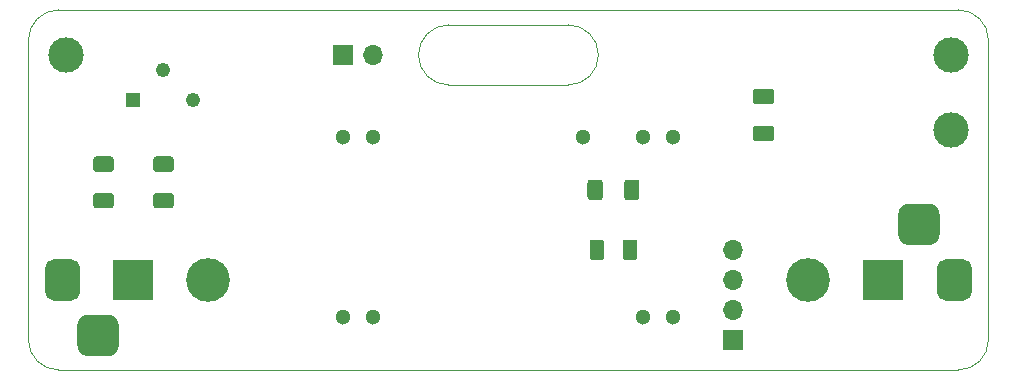
<source format=gbr>
%TF.GenerationSoftware,KiCad,Pcbnew,5.1.8+dfsg1-1+b1*%
%TF.CreationDate,2021-04-24T17:27:20-05:00*%
%TF.ProjectId,driver,64726976-6572-42e6-9b69-6361645f7063,B*%
%TF.SameCoordinates,Original*%
%TF.FileFunction,Soldermask,Top*%
%TF.FilePolarity,Negative*%
%FSLAX46Y46*%
G04 Gerber Fmt 4.6, Leading zero omitted, Abs format (unit mm)*
G04 Created by KiCad (PCBNEW 5.1.8+dfsg1-1+b1) date 2021-04-24 17:27:20*
%MOMM*%
%LPD*%
G01*
G04 APERTURE LIST*
%TA.AperFunction,Profile*%
%ADD10C,0.100000*%
%TD*%
%ADD11C,3.000000*%
%ADD12R,1.222000X1.222000*%
%ADD13C,1.222000*%
%ADD14C,3.700000*%
%ADD15C,1.300000*%
%ADD16R,3.500000X3.500000*%
%ADD17O,1.700000X1.700000*%
%ADD18R,1.700000X1.700000*%
G04 APERTURE END LIST*
D10*
X121920000Y-85090000D02*
G75*
G02*
X119380000Y-82550000I0J2540000D01*
G01*
X165100000Y-78740000D02*
X88900000Y-78740000D01*
X119380000Y-82550000D02*
G75*
G02*
X121920000Y-80010000I2540000J0D01*
G01*
X132080000Y-80010000D02*
G75*
G02*
X134620000Y-82550000I0J-2540000D01*
G01*
X134620000Y-82550000D02*
G75*
G02*
X132080000Y-85090000I-2540000J0D01*
G01*
X132080000Y-80010000D02*
X121920000Y-80010000D01*
X132080000Y-85090000D02*
X121920000Y-85090000D01*
X165100000Y-109220000D02*
X88900000Y-109220000D01*
X86360000Y-81280000D02*
X86360000Y-106680000D01*
X167640000Y-106680000D02*
X167640000Y-81280000D01*
X86360000Y-81280000D02*
G75*
G02*
X88900000Y-78740000I2540000J0D01*
G01*
X88900000Y-109220000D02*
G75*
G02*
X86360000Y-106680000I0J2540000D01*
G01*
X167640000Y-106680000D02*
G75*
G02*
X165100000Y-109220000I-2540000J0D01*
G01*
X165100000Y-78740000D02*
G75*
G02*
X167640000Y-81280000I0J-2540000D01*
G01*
D11*
%TO.C,TP3*%
X164465000Y-82550000D03*
%TD*%
%TO.C,TP2*%
X164465000Y-88900000D03*
%TD*%
%TO.C,TP1*%
X89535000Y-82550000D03*
%TD*%
%TO.C,R2*%
G36*
G01*
X92084999Y-94245000D02*
X93335001Y-94245000D01*
G75*
G02*
X93585000Y-94494999I0J-249999D01*
G01*
X93585000Y-95295001D01*
G75*
G02*
X93335001Y-95545000I-249999J0D01*
G01*
X92084999Y-95545000D01*
G75*
G02*
X91835000Y-95295001I0J249999D01*
G01*
X91835000Y-94494999D01*
G75*
G02*
X92084999Y-94245000I249999J0D01*
G01*
G37*
G36*
G01*
X92084999Y-91145000D02*
X93335001Y-91145000D01*
G75*
G02*
X93585000Y-91394999I0J-249999D01*
G01*
X93585000Y-92195001D01*
G75*
G02*
X93335001Y-92445000I-249999J0D01*
G01*
X92084999Y-92445000D01*
G75*
G02*
X91835000Y-92195001I0J249999D01*
G01*
X91835000Y-91394999D01*
G75*
G02*
X92084999Y-91145000I249999J0D01*
G01*
G37*
%TD*%
%TO.C,R1*%
G36*
G01*
X98415001Y-92445000D02*
X97164999Y-92445000D01*
G75*
G02*
X96915000Y-92195001I0J249999D01*
G01*
X96915000Y-91394999D01*
G75*
G02*
X97164999Y-91145000I249999J0D01*
G01*
X98415001Y-91145000D01*
G75*
G02*
X98665000Y-91394999I0J-249999D01*
G01*
X98665000Y-92195001D01*
G75*
G02*
X98415001Y-92445000I-249999J0D01*
G01*
G37*
G36*
G01*
X98415001Y-95545000D02*
X97164999Y-95545000D01*
G75*
G02*
X96915000Y-95295001I0J249999D01*
G01*
X96915000Y-94494999D01*
G75*
G02*
X97164999Y-94245000I249999J0D01*
G01*
X98415001Y-94245000D01*
G75*
G02*
X98665000Y-94494999I0J-249999D01*
G01*
X98665000Y-95295001D01*
G75*
G02*
X98415001Y-95545000I-249999J0D01*
G01*
G37*
%TD*%
%TO.C,C2*%
G36*
G01*
X147939997Y-85405000D02*
X149240003Y-85405000D01*
G75*
G02*
X149490000Y-85654997I0J-249997D01*
G01*
X149490000Y-86480003D01*
G75*
G02*
X149240003Y-86730000I-249997J0D01*
G01*
X147939997Y-86730000D01*
G75*
G02*
X147690000Y-86480003I0J249997D01*
G01*
X147690000Y-85654997D01*
G75*
G02*
X147939997Y-85405000I249997J0D01*
G01*
G37*
G36*
G01*
X147939997Y-88530000D02*
X149240003Y-88530000D01*
G75*
G02*
X149490000Y-88779997I0J-249997D01*
G01*
X149490000Y-89605003D01*
G75*
G02*
X149240003Y-89855000I-249997J0D01*
G01*
X147939997Y-89855000D01*
G75*
G02*
X147690000Y-89605003I0J249997D01*
G01*
X147690000Y-88779997D01*
G75*
G02*
X147939997Y-88530000I249997J0D01*
G01*
G37*
%TD*%
D12*
%TO.C,RV1*%
X95250000Y-86360000D03*
D13*
X97790000Y-83820000D03*
X100330000Y-86360000D03*
%TD*%
%TO.C,R5*%
G36*
G01*
X136790000Y-94605001D02*
X136790000Y-93354999D01*
G75*
G02*
X137039999Y-93105000I249999J0D01*
G01*
X137840001Y-93105000D01*
G75*
G02*
X138090000Y-93354999I0J-249999D01*
G01*
X138090000Y-94605001D01*
G75*
G02*
X137840001Y-94855000I-249999J0D01*
G01*
X137039999Y-94855000D01*
G75*
G02*
X136790000Y-94605001I0J249999D01*
G01*
G37*
G36*
G01*
X133690000Y-94605001D02*
X133690000Y-93354999D01*
G75*
G02*
X133939999Y-93105000I249999J0D01*
G01*
X134740001Y-93105000D01*
G75*
G02*
X134990000Y-93354999I0J-249999D01*
G01*
X134990000Y-94605001D01*
G75*
G02*
X134740001Y-94855000I-249999J0D01*
G01*
X133939999Y-94855000D01*
G75*
G02*
X133690000Y-94605001I0J249999D01*
G01*
G37*
%TD*%
%TO.C,D1*%
G36*
G01*
X136665000Y-99685000D02*
X136665000Y-98435000D01*
G75*
G02*
X136915000Y-98185000I250000J0D01*
G01*
X137665000Y-98185000D01*
G75*
G02*
X137915000Y-98435000I0J-250000D01*
G01*
X137915000Y-99685000D01*
G75*
G02*
X137665000Y-99935000I-250000J0D01*
G01*
X136915000Y-99935000D01*
G75*
G02*
X136665000Y-99685000I0J250000D01*
G01*
G37*
G36*
G01*
X133865000Y-99685000D02*
X133865000Y-98435000D01*
G75*
G02*
X134115000Y-98185000I250000J0D01*
G01*
X134865000Y-98185000D01*
G75*
G02*
X135115000Y-98435000I0J-250000D01*
G01*
X135115000Y-99685000D01*
G75*
G02*
X134865000Y-99935000I-250000J0D01*
G01*
X134115000Y-99935000D01*
G75*
G02*
X133865000Y-99685000I0J250000D01*
G01*
G37*
%TD*%
D14*
%TO.C,REF\u002A\u002A*%
X152400000Y-101600000D03*
%TD*%
%TO.C,REF\u002A\u002A*%
X101600000Y-101600000D03*
%TD*%
D15*
%TO.C,U2*%
X140970000Y-89535000D03*
X138430000Y-89535000D03*
X133350000Y-89535000D03*
X115570000Y-89535000D03*
X113030000Y-89535000D03*
X113030000Y-104775000D03*
X115570000Y-104775000D03*
X138430000Y-104775000D03*
X140970000Y-104775000D03*
%TD*%
D16*
%TO.C,J4*%
X95250000Y-101600000D03*
G36*
G01*
X87750000Y-102600000D02*
X87750000Y-100600000D01*
G75*
G02*
X88500000Y-99850000I750000J0D01*
G01*
X90000000Y-99850000D01*
G75*
G02*
X90750000Y-100600000I0J-750000D01*
G01*
X90750000Y-102600000D01*
G75*
G02*
X90000000Y-103350000I-750000J0D01*
G01*
X88500000Y-103350000D01*
G75*
G02*
X87750000Y-102600000I0J750000D01*
G01*
G37*
G36*
G01*
X90500000Y-107175000D02*
X90500000Y-105425000D01*
G75*
G02*
X91375000Y-104550000I875000J0D01*
G01*
X93125000Y-104550000D01*
G75*
G02*
X94000000Y-105425000I0J-875000D01*
G01*
X94000000Y-107175000D01*
G75*
G02*
X93125000Y-108050000I-875000J0D01*
G01*
X91375000Y-108050000D01*
G75*
G02*
X90500000Y-107175000I0J875000D01*
G01*
G37*
%TD*%
%TO.C,J3*%
G36*
G01*
X163500000Y-96025000D02*
X163500000Y-97775000D01*
G75*
G02*
X162625000Y-98650000I-875000J0D01*
G01*
X160875000Y-98650000D01*
G75*
G02*
X160000000Y-97775000I0J875000D01*
G01*
X160000000Y-96025000D01*
G75*
G02*
X160875000Y-95150000I875000J0D01*
G01*
X162625000Y-95150000D01*
G75*
G02*
X163500000Y-96025000I0J-875000D01*
G01*
G37*
G36*
G01*
X166250000Y-100600000D02*
X166250000Y-102600000D01*
G75*
G02*
X165500000Y-103350000I-750000J0D01*
G01*
X164000000Y-103350000D01*
G75*
G02*
X163250000Y-102600000I0J750000D01*
G01*
X163250000Y-100600000D01*
G75*
G02*
X164000000Y-99850000I750000J0D01*
G01*
X165500000Y-99850000D01*
G75*
G02*
X166250000Y-100600000I0J-750000D01*
G01*
G37*
X158750000Y-101600000D03*
%TD*%
D17*
%TO.C,J5*%
X146050000Y-99060000D03*
X146050000Y-101600000D03*
X146050000Y-104140000D03*
D18*
X146050000Y-106680000D03*
%TD*%
%TO.C,J7*%
X113030000Y-82550000D03*
D17*
X115570000Y-82550000D03*
%TD*%
M02*

</source>
